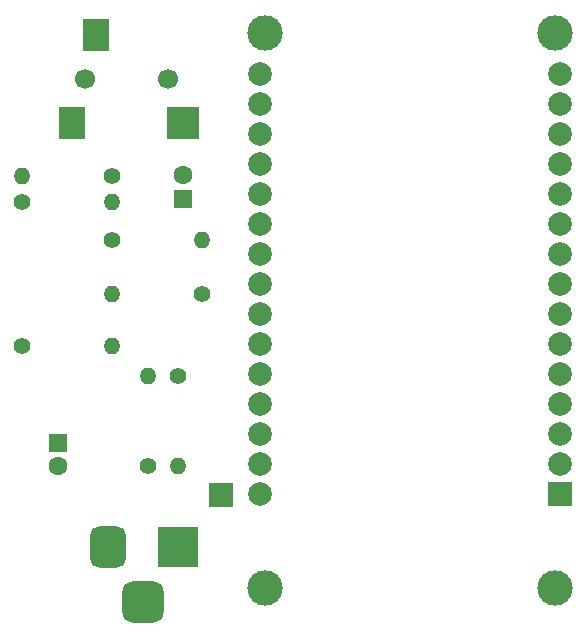
<source format=gbr>
%TF.GenerationSoftware,KiCad,Pcbnew,7.0.2-6a45011f42~172~ubuntu22.04.1*%
%TF.CreationDate,2023-05-01T21:07:46+01:00*%
%TF.ProjectId,esp32-emon,65737033-322d-4656-9d6f-6e2e6b696361,rev?*%
%TF.SameCoordinates,Original*%
%TF.FileFunction,Soldermask,Top*%
%TF.FilePolarity,Negative*%
%FSLAX46Y46*%
G04 Gerber Fmt 4.6, Leading zero omitted, Abs format (unit mm)*
G04 Created by KiCad (PCBNEW 7.0.2-6a45011f42~172~ubuntu22.04.1) date 2023-05-01 21:07:46*
%MOMM*%
%LPD*%
G01*
G04 APERTURE LIST*
G04 Aperture macros list*
%AMRoundRect*
0 Rectangle with rounded corners*
0 $1 Rounding radius*
0 $2 $3 $4 $5 $6 $7 $8 $9 X,Y pos of 4 corners*
0 Add a 4 corners polygon primitive as box body*
4,1,4,$2,$3,$4,$5,$6,$7,$8,$9,$2,$3,0*
0 Add four circle primitives for the rounded corners*
1,1,$1+$1,$2,$3*
1,1,$1+$1,$4,$5*
1,1,$1+$1,$6,$7*
1,1,$1+$1,$8,$9*
0 Add four rect primitives between the rounded corners*
20,1,$1+$1,$2,$3,$4,$5,0*
20,1,$1+$1,$4,$5,$6,$7,0*
20,1,$1+$1,$6,$7,$8,$9,0*
20,1,$1+$1,$8,$9,$2,$3,0*%
G04 Aperture macros list end*
%ADD10R,1.600000X1.600000*%
%ADD11C,1.600000*%
%ADD12C,3.000000*%
%ADD13R,2.000000X2.000000*%
%ADD14C,2.000000*%
%ADD15C,1.400000*%
%ADD16O,1.400000X1.400000*%
%ADD17R,3.500000X3.500000*%
%ADD18RoundRect,0.750000X-0.750000X-1.000000X0.750000X-1.000000X0.750000X1.000000X-0.750000X1.000000X0*%
%ADD19RoundRect,0.875000X-0.875000X-0.875000X0.875000X-0.875000X0.875000X0.875000X-0.875000X0.875000X0*%
%ADD20C,1.700000*%
%ADD21R,2.200000X2.800000*%
%ADD22R,2.800000X2.800000*%
G04 APERTURE END LIST*
D10*
%TO.C,C2*%
X144600000Y-64800000D03*
D11*
X144600000Y-66800000D03*
%TD*%
D12*
%TO.C,U1*%
X186680000Y-77075000D03*
X186680000Y-30125000D03*
X162170000Y-77075000D03*
X162170000Y-30125000D03*
D13*
X187100000Y-69115000D03*
D14*
X187100000Y-66575000D03*
X187100000Y-64035000D03*
X187100000Y-61495000D03*
X187100000Y-58955000D03*
X187100000Y-56415000D03*
X187100000Y-53875000D03*
X187100000Y-51335000D03*
X187100000Y-48795000D03*
X187100000Y-46255000D03*
X187100000Y-43715000D03*
X187100000Y-41175000D03*
X187100000Y-38635000D03*
X187100000Y-36095000D03*
X187100000Y-33555000D03*
X161700000Y-33555000D03*
X161700000Y-36095000D03*
X161700000Y-38635000D03*
X161700000Y-41175000D03*
X161700000Y-43715000D03*
X161700000Y-46255000D03*
X161700000Y-48795000D03*
X161700000Y-51335000D03*
X161700000Y-53875000D03*
X161700000Y-56415000D03*
X161700000Y-58955000D03*
X161700000Y-61495000D03*
X161700000Y-64035000D03*
X161700000Y-66575000D03*
X161700000Y-69115000D03*
%TD*%
D15*
%TO.C,R4*%
X154800000Y-59190000D03*
D16*
X154800000Y-66810000D03*
%TD*%
D15*
%TO.C,R3*%
X149200000Y-47600000D03*
D16*
X156820000Y-47600000D03*
%TD*%
D13*
%TO.C,TP1*%
X158400000Y-69200000D03*
%TD*%
D15*
%TO.C,R2*%
X141580000Y-44400000D03*
D16*
X149200000Y-44400000D03*
%TD*%
D15*
%TO.C,R1*%
X149200000Y-42200000D03*
D16*
X141580000Y-42200000D03*
%TD*%
D17*
%TO.C,J2*%
X154800000Y-73600000D03*
D18*
X148800000Y-73600000D03*
D19*
X151800000Y-78300000D03*
%TD*%
D20*
%TO.C,J1*%
X146900000Y-34000000D03*
X153900000Y-34000000D03*
D21*
X147800000Y-30300000D03*
X145800000Y-37700000D03*
D22*
X155200000Y-37700000D03*
%TD*%
D15*
%TO.C,R5*%
X152200000Y-66810000D03*
D16*
X152200000Y-59190000D03*
%TD*%
D15*
%TO.C,R6*%
X156810000Y-52200000D03*
D16*
X149190000Y-52200000D03*
%TD*%
D10*
%TO.C,C1*%
X155200000Y-44155113D03*
D11*
X155200000Y-42155113D03*
%TD*%
D15*
%TO.C,R7*%
X141590000Y-56600000D03*
D16*
X149210000Y-56600000D03*
%TD*%
M02*

</source>
